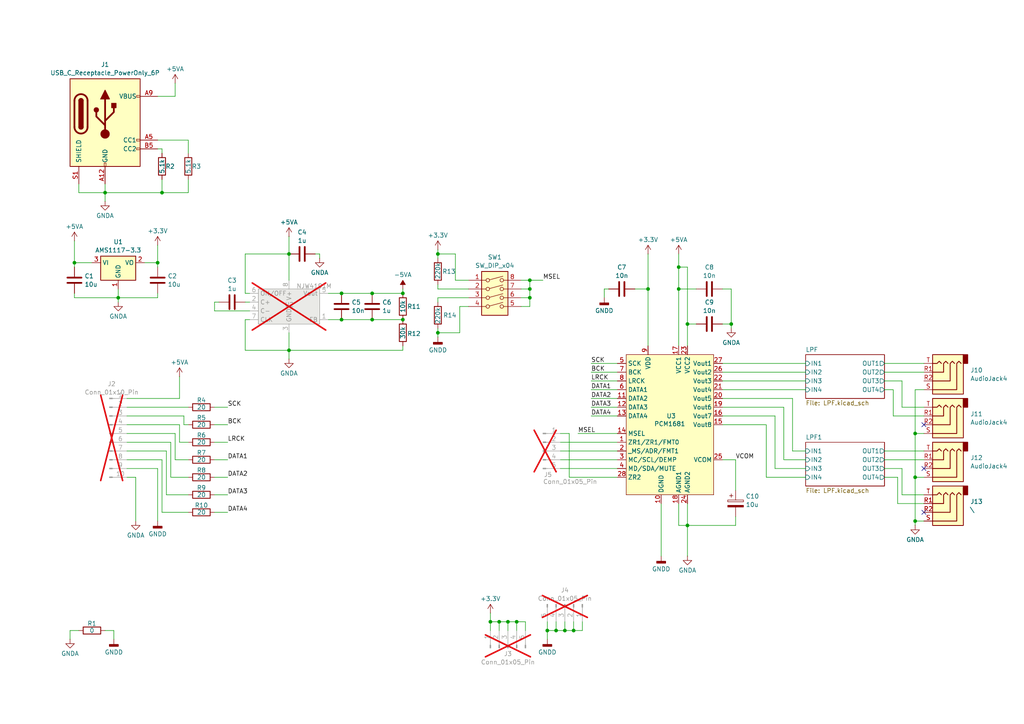
<source format=kicad_sch>
(kicad_sch (version 20250114) (generator "eeschema") (generator_version "9.0")
  (paper "A4")
  (lib_symbols
    (symbol "ChargePump:NJW4191M"
      (property "Reference" "U" (at 0 -17.78 0))
      (property "Value" "NJW4191M" (at 0 0 0))
      (symbol "NJW4191M_0_0"
        (pin input line (at -11.43 3.81 0) (length 2.54) (name "ON/OFF") (number "6"))
        (pin input line (at -11.43 1.27 0) (length 2.54) (name "C+") (number "2"))
        (pin input line (at -11.43 -1.27 0) (length 2.54) (name "C-") (number "4"))
        (pin input line (at -11.43 -3.81 0) (length 2.54) (name "CLK") (number "7"))
        (pin power_in line (at 0 7.62 270) (length 2.54) (name "V+") (number "8"))
        (pin power_in line (at 0 -7.62 90) (length 2.54) (name "GND") (number "3"))
        (pin output line (at 11.43 3.81 180) (length 2.54) (name "Vout") (number "5"))
        (pin input line (at 11.43 -3.81 180) (length 2.54) (name "FB") (number "1"))
      )
      (symbol "NJW4191M_1_1"
        (rectangle (start -8.89 5.08) (end 8.89 -5.08) (fill (type background)))
      )
    )
    (symbol "Connector:Conn_01x05_Pin" (pin_names (offset 1.016) (hide yes))
      (property "Reference" "J" (at 0 7.62 0))
      (property "Value" "Conn_01x05_Pin" (at 0 -7.62 0))
      (symbol "Conn_01x05_Pin_1_1"
        (rectangle (start 0.8636 5.207) (end 0 4.953) (stroke (width 0.1524)) (fill (type outline)))
        (rectangle (start 0.8636 2.667) (end 0 2.413) (stroke (width 0.1524)) (fill (type outline)))
        (rectangle (start 0.8636 0.127) (end 0 -0.127) (stroke (width 0.1524)) (fill (type outline)))
        (rectangle (start 0.8636 -2.413) (end 0 -2.667) (stroke (width 0.1524)) (fill (type outline)))
        (rectangle (start 0.8636 -4.953) (end 0 -5.207) (stroke (width 0.1524)) (fill (type outline)))
        (polyline (pts (xy 1.27 5.08) (xy 0.8636 5.08)) (stroke (width 0.1524)))
        (polyline (pts (xy 1.27 2.54) (xy 0.8636 2.54)) (stroke (width 0.1524)))
        (polyline (pts (xy 1.27 0) (xy 0.8636 0)) (stroke (width 0.1524)))
        (polyline (pts (xy 1.27 -2.54) (xy 0.8636 -2.54)) (stroke (width 0.1524)))
        (polyline (pts (xy 1.27 -5.08) (xy 0.8636 -5.08)) (stroke (width 0.1524)))
        (pin passive line (at 5.08 5.08 180) (length 3.81) (name "Pin_1") (number "1"))
        (pin passive line (at 5.08 2.54 180) (length 3.81) (name "Pin_2") (number "2"))
        (pin passive line (at 5.08 0 180) (length 3.81) (name "Pin_3") (number "3"))
        (pin passive line (at 5.08 -2.54 180) (length 3.81) (name "Pin_4") (number "4"))
        (pin passive line (at 5.08 -5.08 180) (length 3.81) (name "Pin_5") (number "5"))
      )
    )
    (symbol "Connector:Conn_01x10_Pin" (pin_names (offset 1.016) (hide yes))
      (property "Reference" "J" (at 0 12.7 0))
      (property "Value" "Conn_01x10_Pin" (at 0 -15.24 0))
      (symbol "Conn_01x10_Pin_1_1"
        (rectangle (start 0.8636 10.287) (end 0 10.033) (stroke (width 0.1524)) (fill (type outline)))
        (rectangle (start 0.8636 7.747) (end 0 7.493) (stroke (width 0.1524)) (fill (type outline)))
        (rectangle (start 0.8636 5.207) (end 0 4.953) (stroke (width 0.1524)) (fill (type outline)))
        (rectangle (start 0.8636 2.667) (end 0 2.413) (stroke (width 0.1524)) (fill (type outline)))
        (rectangle (start 0.8636 0.127) (end 0 -0.127) (stroke (width 0.1524)) (fill (type outline)))
        (rectangle (start 0.8636 -2.413) (end 0 -2.667) (stroke (width 0.1524)) (fill (type outline)))
        (rectangle (start 0.8636 -4.953) (end 0 -5.207) (stroke (width 0.1524)) (fill (type outline)))
        (rectangle (start 0.8636 -7.493) (end 0 -7.747) (stroke (width 0.1524)) (fill (type outline)))
        (rectangle (start 0.8636 -10.033) (end 0 -10.287) (stroke (width 0.1524)) (fill (type outline)))
        (rectangle (start 0.8636 -12.573) (end 0 -12.827) (stroke (width 0.1524)) (fill (type outline)))
        (polyline (pts (xy 1.27 10.16) (xy 0.8636 10.16)) (stroke (width 0.1524)))
        (polyline (pts (xy 1.27 7.62) (xy 0.8636 7.62)) (stroke (width 0.1524)))
        (polyline (pts (xy 1.27 5.08) (xy 0.8636 5.08)) (stroke (width 0.1524)))
        (polyline (pts (xy 1.27 2.54) (xy 0.8636 2.54)) (stroke (width 0.1524)))
        (polyline (pts (xy 1.27 0) (xy 0.8636 0)) (stroke (width 0.1524)))
        (polyline (pts (xy 1.27 -2.54) (xy 0.8636 -2.54)) (stroke (width 0.1524)))
        (polyline (pts (xy 1.27 -5.08) (xy 0.8636 -5.08)) (stroke (width 0.1524)))
        (polyline (pts (xy 1.27 -7.62) (xy 0.8636 -7.62)) (stroke (width 0.1524)))
        (polyline (pts (xy 1.27 -10.16) (xy 0.8636 -10.16)) (stroke (width 0.1524)))
        (polyline (pts (xy 1.27 -12.7) (xy 0.8636 -12.7)) (stroke (width 0.1524)))
        (pin passive line (at 5.08 10.16 180) (length 3.81) (name "Pin_1") (number "1"))
        (pin passive line (at 5.08 7.62 180) (length 3.81) (name "Pin_2") (number "2"))
        (pin passive line (at 5.08 5.08 180) (length 3.81) (name "Pin_3") (number "3"))
        (pin passive line (at 5.08 2.54 180) (length 3.81) (name "Pin_4") (number "4"))
        (pin passive line (at 5.08 0 180) (length 3.81) (name "Pin_5") (number "5"))
        (pin passive line (at 5.08 -2.54 180) (length 3.81) (name "Pin_6") (number "6"))
        (pin passive line (at 5.08 -5.08 180) (length 3.81) (name "Pin_7") (number "7"))
        (pin passive line (at 5.08 -7.62 180) (length 3.81) (name "Pin_8") (number "8"))
        (pin passive line (at 5.08 -10.16 180) (length 3.81) (name "Pin_9") (number "9"))
        (pin passive line (at 5.08 -12.7 180) (length 3.81) (name "Pin_10") (number "10"))
      )
    )
    (symbol "Connector:USB_C_Receptacle_PowerOnly_6P" (pin_names (offset 1.016))
      (property "Reference" "J" (at 0 16.51 0))
      (property "Value" "USB_C_Receptacle_PowerOnly_6P" (at 0 13.97 0))
      (symbol "USB_C_Receptacle_PowerOnly_6P_0_0"
        (rectangle (start -0.254 -12.7) (end 0.254 -11.684))
        (rectangle (start 10.16 7.874) (end 9.144 7.366))
        (rectangle (start 10.16 -4.826) (end 9.144 -5.334))
        (rectangle (start 10.16 -7.366) (end 9.144 -7.874))
      )
      (symbol "USB_C_Receptacle_PowerOnly_6P_0_1"
        (rectangle (start -10.16 12.7) (end 10.16 -12.7) (stroke (width 0.254)) (fill (type background)))
        (polyline (pts (xy -8.89 -1.27) (xy -8.89 6.35)) (stroke (width 0.508)))
        (rectangle (start -7.62 -1.27) (end -6.35 6.35) (stroke (width 0.254)) (fill (type outline)))
        (arc (start -7.62 6.35) (mid -6.985 6.9823) (end -6.35 6.35) (stroke (width 0.254)))
        (arc (start -7.62 6.35) (mid -6.985 6.9823) (end -6.35 6.35) (stroke (width 0.254)) (fill (type outline)))
        (arc (start -8.89 6.35) (mid -6.985 8.2467) (end -5.08 6.35) (stroke (width 0.508)))
        (arc (start -5.08 -1.27) (mid -6.985 -3.1667) (end -8.89 -1.27) (stroke (width 0.508)))
        (arc (start -6.35 -1.27) (mid -6.985 -1.9023) (end -7.62 -1.27) (stroke (width 0.254)))
        (arc (start -6.35 -1.27) (mid -6.985 -1.9023) (end -7.62 -1.27) (stroke (width 0.254)) (fill (type outline)))
        (polyline (pts (xy -5.08 6.35) (xy -5.08 -1.27)) (stroke (width 0.508)))
        (circle (center -2.54 3.683) (radius 0.635) (stroke (width 0.254)) (fill (type outline)))
        (polyline (pts (xy -1.27 6.858) (xy 0 9.398) (xy 1.27 6.858) (xy -1.27 6.858)) (stroke (width 0.254)) (fill (type outline)))
        (polyline (pts (xy 0 0.508) (xy 2.54 3.048) (xy 2.54 4.318)) (stroke (width 0.508)))
        (polyline (pts (xy 0 -0.762) (xy -2.54 1.778) (xy -2.54 3.048)) (stroke (width 0.508)))
        (polyline (pts (xy 0 -3.302) (xy 0 6.858)) (stroke (width 0.508)))
        (circle (center 0 -3.302) (radius 1.27) (fill (type outline)))
        (rectangle (start 1.905 4.318) (end 3.175 5.588) (stroke (width 0.254)) (fill (type outline)))
      )
      (symbol "USB_C_Receptacle_PowerOnly_6P_1_1"
        (pin passive line (at -7.62 -17.78 90) (length 5.08) (name "SHIELD") (number "S1"))
        (pin passive line (at 0 -17.78 90) (length 5.08) (name "GND") (number "A12"))
        (pin passive line (at 0 -17.78 90) (length 5.08) (hide yes) (name "GND") (number "B12"))
        (pin passive line (at 15.24 7.62 180) (length 5.08) (name "VBUS") (number "A9"))
        (pin passive line (at 15.24 7.62 180) (length 5.08) (hide yes) (name "VBUS") (number "B9"))
        (pin bidirectional line (at 15.24 -5.08 180) (length 5.08) (name "CC1") (number "A5"))
        (pin bidirectional line (at 15.24 -7.62 180) (length 5.08) (name "CC2") (number "B5"))
      )
    )
    (symbol "Connector_Audio:AudioJack4"
      (property "Reference" "J" (at 0 8.89 0))
      (property "Value" "AudioJack4" (at 0 6.35 0))
      (symbol "AudioJack4_0_1"
        (rectangle (start -6.35 -5.08) (end -7.62 -7.62) (stroke (width 0.254)) (fill (type outline)))
        (polyline (pts (xy -5.715 -5.08) (xy -5.08 -5.715) (xy -4.445 -5.08) (xy -4.445 2.54) (xy 2.54 2.54)) (stroke (width 0.254)))
        (polyline (pts (xy -1.905 -5.08) (xy -1.27 -5.715) (xy -0.635 -5.08) (xy -0.635 -2.54) (xy 2.54 -2.54)) (stroke (width 0.254)))
        (polyline (pts (xy 0 -5.08) (xy 0.635 -5.715) (xy 1.27 -5.08) (xy 2.54 -5.08)) (stroke (width 0.254)))
        (rectangle (start 2.54 3.81) (end -6.35 -7.62) (stroke (width 0.254)) (fill (type background)))
        (polyline (pts (xy 2.54 0) (xy -2.54 0) (xy -2.54 -5.08) (xy -3.175 -5.715) (xy -3.81 -5.08)) (stroke (width 0.254)))
      )
      (symbol "AudioJack4_1_1"
        (pin passive line (at 5.08 2.54 180) (length 2.54) (name "~") (number "S"))
        (pin passive line (at 5.08 0 180) (length 2.54) (name "~") (number "R2"))
        (pin passive line (at 5.08 -2.54 180) (length 2.54) (name "~") (number "R1"))
        (pin passive line (at 5.08 -5.08 180) (length 2.54) (name "~") (number "T"))
      )
    )
    (symbol "DAC:PCM1681"
      (property "Reference" "U" (at 0 0 0))
      (property "Value" "PCM1681" (at 0 0 0))
      (symbol "PCM1681_0_0"
        (pin input line (at -15.24 17.78 0) (length 2.54) (name "SCK") (number "5"))
        (pin input line (at -15.24 15.24 0) (length 2.54) (name "BCK") (number "7"))
        (pin input line (at -15.24 12.7 0) (length 2.54) (name "LRCK") (number "8"))
        (pin input line (at -15.24 10.16 0) (length 2.54) (name "DATA1") (number "6"))
        (pin input line (at -15.24 7.62 0) (length 2.54) (name "DATA2") (number "11"))
        (pin input line (at -15.24 5.08 0) (length 2.54) (name "DATA3") (number "12"))
        (pin input line (at -15.24 2.54 0) (length 2.54) (name "DATA4") (number "13"))
        (pin input line (at -15.24 -2.54 0) (length 2.54) (name "MSEL") (number "14"))
        (pin bidirectional line (at -15.24 -5.08 0) (length 2.54) (name "ZR1/ZR1/FMT0") (number "1"))
        (pin input line (at -15.24 -7.62 0) (length 2.54) (name "_MS/ADR/FMT1") (number "2"))
        (pin input line (at -15.24 -10.16 0) (length 2.54) (name "MC/SCL/DEMP") (number "3"))
        (pin bidirectional line (at -15.24 -12.7 0) (length 2.54) (name "MD/SDA/MUTE") (number "4"))
        (pin output line (at -15.24 -15.24 0) (length 2.54) (name "ZR2") (number "28"))
        (pin power_in line (at -6.35 22.86 270) (length 2.54) (name "VDD") (number "9"))
        (pin power_in line (at -2.54 -22.86 90) (length 2.54) (name "DGND") (number "10"))
        (pin power_in line (at 2.54 22.86 270) (length 2.54) (name "VCC1") (number "17"))
        (pin power_in line (at 2.54 -22.86 90) (length 2.54) (name "AGND1") (number "18"))
        (pin power_in line (at 5.08 22.86 270) (length 2.54) (name "VCC2") (number "23"))
        (pin power_in line (at 5.08 -22.86 90) (length 2.54) (name "AGND2") (number "24"))
        (pin output line (at 15.24 17.78 180) (length 2.54) (name "Vout1") (number "27"))
        (pin output line (at 15.24 15.24 180) (length 2.54) (name "Vout2") (number "26"))
        (pin output line (at 15.24 12.7 180) (length 2.54) (name "Vout3") (number "22"))
        (pin output line (at 15.24 10.16 180) (length 2.54) (name "Vout4") (number "21"))
        (pin output line (at 15.24 7.62 180) (length 2.54) (name "Vout5") (number "20"))
        (pin output line (at 15.24 5.08 180) (length 2.54) (name "Vout6") (number "19"))
        (pin output line (at 15.24 2.54 180) (length 2.54) (name "Vout7") (number "16"))
        (pin output line (at 15.24 0 180) (length 2.54) (name "Vout8") (number "15"))
        (pin power_in line (at 15.24 -10.16 180) (length 2.54) (name "VCOM") (number "25"))
      )
      (symbol "PCM1681_1_1"
        (rectangle (start -12.7 20.32) (end 12.7 -20.32) (fill (type background)))
      )
    )
    (symbol "Device:C" (pin_numbers (hide yes)) (pin_names (offset 0.254))
      (property "Reference" "C" (at 0.635 2.54 0))
      (property "Value" "C" (at 0.635 -2.54 0))
      (symbol "C_0_1"
        (polyline (pts (xy -2.032 0.762) (xy 2.032 0.762)) (stroke (width 0.508)))
        (polyline (pts (xy -2.032 -0.762) (xy 2.032 -0.762)) (stroke (width 0.508)))
      )
      (symbol "C_1_1"
        (pin passive line (at 0 3.81 270) (length 2.794) (name "~") (number "1"))
        (pin passive line (at 0 -3.81 90) (length 2.794) (name "~") (number "2"))
      )
    )
    (symbol "Device:C_Polarized" (pin_numbers (hide yes)) (pin_names (offset 0.254))
      (property "Reference" "C" (at 0.635 2.54 0))
      (property "Value" "C_Polarized" (at 0.635 -2.54 0))
      (symbol "C_Polarized_0_1"
        (rectangle (start -2.286 0.508) (end 2.286 1.016))
        (polyline (pts (xy -1.778 2.286) (xy -0.762 2.286)))
        (polyline (pts (xy -1.27 2.794) (xy -1.27 1.778)))
        (rectangle (start 2.286 -0.508) (end -2.286 -1.016) (fill (type outline)))
      )
      (symbol "C_Polarized_1_1"
        (pin passive line (at 0 3.81 270) (length 2.794) (name "~") (number "1"))
        (pin passive line (at 0 -3.81 90) (length 2.794) (name "~") (number "2"))
      )
    )
    (symbol "Device:R" (pin_numbers (hide yes)) (pin_names (offset 0))
      (property "Reference" "R" (at 2.032 0 90))
      (property "Value" "R" (at 0 0 90))
      (symbol "R_0_1"
        (rectangle (start -1.016 -2.54) (end 1.016 2.54) (stroke (width 0.254)))
      )
      (symbol "R_1_1"
        (pin passive line (at 0 3.81 270) (length 1.27) (name "~") (number "1"))
        (pin passive line (at 0 -3.81 90) (length 1.27) (name "~") (number "2"))
      )
    )
    (symbol "Regulator_Linear:AMS1117-3.3"
      (property "Reference" "U" (at -3.81 3.175 0))
      (property "Value" "AMS1117-3.3" (at 0 3.175 0))
      (symbol "AMS1117-3.3_0_1"
        (rectangle (start -5.08 -5.08) (end 5.08 1.905) (stroke (width 0.254)) (fill (type background)))
      )
      (symbol "AMS1117-3.3_1_1"
        (pin power_in line (at -7.62 0 0) (length 2.54) (name "VI") (number "3"))
        (pin power_in line (at 0 -7.62 90) (length 2.54) (name "GND") (number "1"))
        (pin power_out line (at 7.62 0 180) (length 2.54) (name "VO") (number "2"))
      )
    )
    (symbol "Switch:SW_DIP_x04" (pin_names (offset 0) (hide yes))
      (property "Reference" "SW" (at 0 8.89 0))
      (property "Value" "SW_DIP_x04" (at 0 -6.35 0))
      (symbol "SW_DIP_x04_0_0"
        (circle (center -2.032 5.08) (radius 0.508))
        (circle (center -2.032 2.54) (radius 0.508))
        (circle (center -2.032 0) (radius 0.508))
        (circle (center -2.032 -2.54) (radius 0.508))
        (polyline (pts (xy -1.524 5.207) (xy 2.3622 6.2484)))
        (polyline (pts (xy -1.524 2.667) (xy 2.3622 3.7084)))
        (polyline (pts (xy -1.524 0.127) (xy 2.3622 1.1684)))
        (polyline (pts (xy -1.524 -2.3876) (xy 2.3622 -1.3462)))
        (circle (center 2.032 5.08) (radius 0.508))
        (circle (center 2.032 2.54) (radius 0.508))
        (circle (center 2.032 0) (radius 0.508))
        (circle (center 2.032 -2.54) (radius 0.508))
      )
      (symbol "SW_DIP_x04_0_1"
        (rectangle (start -3.81 7.62) (end 3.81 -5.08) (stroke (width 0.254)) (fill (type background)))
      )
      (symbol "SW_DIP_x04_1_1"
        (pin passive line (at -7.62 5.08 0) (length 5.08) (name "~") (number "1"))
        (pin passive line (at -7.62 2.54 0) (length 5.08) (name "~") (number "2"))
        (pin passive line (at -7.62 0 0) (length 5.08) (name "~") (number "3"))
        (pin passive line (at -7.62 -2.54 0) (length 5.08) (name "~") (number "4"))
        (pin passive line (at 7.62 5.08 180) (length 5.08) (name "~") (number "8"))
        (pin passive line (at 7.62 2.54 180) (length 5.08) (name "~") (number "7"))
        (pin passive line (at 7.62 0 180) (length 5.08) (name "~") (number "6"))
        (pin passive line (at 7.62 -2.54 180) (length 5.08) (name "~") (number "5"))
      )
    )
    (symbol "power:+3.3V" (power) (pin_numbers (hide yes)) (pin_names (offset 0) (hide yes))
      (property "Value" "+3.3V" (at 0 3.556 0))
      (symbol "+3.3V_0_1"
        (polyline (pts (xy -0.762 1.27) (xy 0 2.54)))
        (polyline (pts (xy 0 2.54) (xy 0.762 1.27)))
        (polyline (pts (xy 0 0) (xy 0 2.54)))
      )
      (symbol "+3.3V_1_1"
        (pin power_in line (at 0 0 90) (length 0) (name "~") (number "1"))
      )
    )
    (symbol "power:+5VA" (power) (pin_numbers (hide yes)) (pin_names (offset 0) (hide yes))
      (property "Value" "+5VA" (at 0 3.556 0))
      (symbol "+5VA_0_1"
        (polyline (pts (xy -0.762 1.27) (xy 0 2.54)))
        (polyline (pts (xy 0 2.54) (xy 0.762 1.27)))
        (polyline (pts (xy 0 0) (xy 0 2.54)))
      )
      (symbol "+5VA_1_1"
        (pin power_in line (at 0 0 90) (length 0) (name "~") (number "1"))
      )
    )
    (symbol "power:-5VA" (power) (pin_numbers (hide yes)) (pin_names (offset 0) (hide yes))
      (property "Value" "-5VA" (at 0 3.556 0))
      (symbol "-5VA_0_0"
        (pin power_in line (at 0 0 90) (length 0) (name "~") (number "1"))
      )
      (symbol "-5VA_0_1"
        (polyline (pts (xy 0 0) (xy 0 1.27) (xy 0.762 1.27) (xy 0 2.54) (xy -0.762 1.27) (xy 0 1.27)) (fill (type outline)))
      )
    )
    (symbol "power:GNDA" (power) (pin_numbers (hide yes)) (pin_names (offset 0) (hide yes))
      (property "Value" "GNDA" (at 0 -3.81 0))
      (symbol "GNDA_0_1"
        (polyline (pts (xy 0 0) (xy 0 -1.27) (xy 1.27 -1.27) (xy 0 -2.54) (xy -1.27 -1.27) (xy 0 -1.27)))
      )
      (symbol "GNDA_1_1"
        (pin power_in line (at 0 0 270) (length 0) (name "~") (number "1"))
      )
    )
    (symbol "power:GNDD" (power) (pin_numbers (hide yes)) (pin_names (offset 0) (hide yes))
      (property "Value" "GNDD" (at 0 -3.175 0))
      (symbol "GNDD_0_1"
        (rectangle (start -1.27 -1.524) (end 1.27 -2.032) (stroke (width 0.254)) (fill (type outline)))
        (polyline (pts (xy 0 0) (xy 0 -1.524)))
      )
      (symbol "GNDD_1_1"
        (pin power_in line (at 0 0 270) (length 0) (name "~") (number "1"))
      )
    )
  )
  (junction (at 107.95 92.71))
  (junction (at 199.39 152.4))
  (junction (at 21.59 76.2))
  (junction (at 46.99 55.88))
  (junction (at 196.85 77.47))
  (junction (at 158.75 182.88))
  (junction (at 212.09 93.98))
  (junction (at 153.67 83.82))
  (junction (at 196.85 83.82))
  (junction (at 153.67 86.36))
  (junction (at 116.84 92.71))
  (junction (at 127 73.66))
  (junction (at 163.83 182.88))
  (junction (at 116.84 85.09))
  (junction (at 99.06 85.09))
  (junction (at 265.43 125.73))
  (junction (at 83.82 73.66))
  (junction (at 142.24 180.34))
  (junction (at 187.96 83.82))
  (junction (at 30.48 55.88))
  (junction (at 199.39 93.98))
  (junction (at 265.43 151.13))
  (junction (at 34.29 86.36))
  (junction (at 147.32 180.34))
  (junction (at 166.37 182.88))
  (junction (at 153.67 81.28))
  (junction (at 265.43 138.43))
  (junction (at 45.72 76.2))
  (junction (at 144.78 180.34))
  (junction (at 127 96.52))
  (junction (at 107.95 85.09))
  (junction (at 161.29 182.88))
  (junction (at 83.82 101.6))
  (junction (at 149.86 180.34))
  (junction (at 99.06 92.71))
  (no_connect (at 267.97 135.89))
  (no_connect (at 267.97 148.59))
  (no_connect (at 267.97 123.19))
  (wire (pts (xy 83.82 68.58) (xy 83.82 73.66)))
  (wire (pts (xy 144.78 180.34) (xy 147.32 180.34)))
  (wire (pts (xy 224.79 135.89) (xy 233.68 135.89)))
  (wire (pts (xy 62.23 90.17) (xy 72.39 90.17)))
  (wire (pts (xy 222.25 138.43) (xy 233.68 138.43)))
  (wire (pts (xy 135.89 86.36) (xy 127 86.36)))
  (wire (pts (xy 171.45 115.57) (xy 179.07 115.57)))
  (wire (pts (xy 132.08 73.66) (xy 132.08 81.28)))
  (wire (pts (xy 53.34 120.65) (xy 53.34 123.19)))
  (wire (pts (xy 54.61 52.07) (xy 54.61 55.88)))
  (wire (pts (xy 127 72.39) (xy 127 73.66)))
  (wire (pts (xy 46.99 55.88) (xy 30.48 55.88)))
  (wire (pts (xy 46.99 133.35) (xy 46.99 148.59)))
  (wire (pts (xy 21.59 69.85) (xy 21.59 76.2)))
  (wire (pts (xy 50.8 24.13) (xy 50.8 27.94)))
  (wire (pts (xy 209.55 113.03) (xy 233.68 113.03)))
  (wire (pts (xy 196.85 77.47) (xy 199.39 77.47)))
  (wire (pts (xy 151.13 88.9) (xy 153.67 88.9)))
  (wire (pts (xy 224.79 120.65) (xy 224.79 135.89)))
  (wire (pts (xy 256.54 110.49) (xy 261.62 110.49)))
  (wire (pts (xy 62.23 133.35) (xy 66.04 133.35)))
  (wire (pts (xy 162.56 128.27) (xy 179.07 128.27)))
  (wire (pts (xy 184.15 83.82) (xy 187.96 83.82)))
  (wire (pts (xy 153.67 86.36) (xy 153.67 83.82)))
  (wire (pts (xy 62.23 123.19) (xy 66.04 123.19)))
  (wire (pts (xy 144.78 180.34) (xy 144.78 182.88)))
  (wire (pts (xy 127 96.52) (xy 127 97.79)))
  (wire (pts (xy 99.06 92.71) (xy 107.95 92.71)))
  (wire (pts (xy 62.23 148.59) (xy 66.04 148.59)))
  (wire (pts (xy 45.72 43.18) (xy 46.99 43.18)))
  (wire (pts (xy 127 83.82) (xy 135.89 83.82)))
  (wire (pts (xy 227.33 133.35) (xy 233.68 133.35)))
  (wire (pts (xy 62.23 118.11) (xy 66.04 118.11)))
  (wire (pts (xy 151.13 83.82) (xy 153.67 83.82)))
  (wire (pts (xy 99.06 85.09) (xy 107.95 85.09)))
  (wire (pts (xy 151.13 86.36) (xy 153.67 86.36)))
  (wire (pts (xy 62.23 128.27) (xy 66.04 128.27)))
  (wire (pts (xy 158.75 182.88) (xy 158.75 185.42)))
  (wire (pts (xy 265.43 151.13) (xy 267.97 151.13)))
  (wire (pts (xy 161.29 180.34) (xy 161.29 182.88)))
  (wire (pts (xy 21.59 76.2) (xy 26.67 76.2)))
  (wire (pts (xy 36.83 133.35) (xy 46.99 133.35)))
  (wire (pts (xy 261.62 118.11) (xy 267.97 118.11)))
  (wire (pts (xy 71.12 101.6) (xy 83.82 101.6)))
  (wire (pts (xy 147.32 180.34) (xy 149.86 180.34)))
  (wire (pts (xy 149.86 180.34) (xy 149.86 182.88)))
  (wire (pts (xy 153.67 81.28) (xy 157.48 81.28)))
  (wire (pts (xy 260.35 146.05) (xy 267.97 146.05)))
  (wire (pts (xy 265.43 125.73) (xy 267.97 125.73)))
  (wire (pts (xy 45.72 85.09) (xy 45.72 86.36)))
  (wire (pts (xy 127 95.25) (xy 127 96.52)))
  (wire (pts (xy 50.8 27.94) (xy 45.72 27.94)))
  (wire (pts (xy 83.82 96.52) (xy 83.82 101.6)))
  (wire (pts (xy 171.45 118.11) (xy 179.07 118.11)))
  (wire (pts (xy 265.43 138.43) (xy 267.97 138.43)))
  (wire (pts (xy 162.56 125.73) (xy 165.1 125.73)))
  (wire (pts (xy 199.39 93.98) (xy 201.93 93.98)))
  (wire (pts (xy 209.55 107.95) (xy 233.68 107.95)))
  (wire (pts (xy 72.39 85.09) (xy 71.12 85.09)))
  (wire (pts (xy 71.12 87.63) (xy 72.39 87.63)))
  (wire (pts (xy 256.54 113.03) (xy 259.08 113.03)))
  (wire (pts (xy 229.87 130.81) (xy 233.68 130.81)))
  (wire (pts (xy 50.8 125.73) (xy 50.8 133.35)))
  (wire (pts (xy 209.55 105.41) (xy 233.68 105.41)))
  (wire (pts (xy 196.85 83.82) (xy 201.93 83.82)))
  (wire (pts (xy 196.85 77.47) (xy 196.85 83.82)))
  (wire (pts (xy 167.64 125.73) (xy 179.07 125.73)))
  (wire (pts (xy 45.72 76.2) (xy 45.72 77.47)))
  (wire (pts (xy 53.34 123.19) (xy 54.61 123.19)))
  (wire (pts (xy 107.95 92.71) (xy 116.84 92.71)))
  (wire (pts (xy 48.26 143.51) (xy 54.61 143.51)))
  (wire (pts (xy 132.08 73.66) (xy 127 73.66)))
  (wire (pts (xy 209.55 133.35) (xy 213.36 133.35)))
  (wire (pts (xy 196.85 146.05) (xy 196.85 152.4)))
  (wire (pts (xy 45.72 135.89) (xy 45.72 151.13)))
  (wire (pts (xy 166.37 182.88) (xy 163.83 182.88)))
  (wire (pts (xy 92.71 73.66) (xy 92.71 74.93)))
  (wire (pts (xy 52.07 128.27) (xy 54.61 128.27)))
  (wire (pts (xy 168.91 180.34) (xy 168.91 182.88)))
  (wire (pts (xy 199.39 93.98) (xy 199.39 100.33)))
  (wire (pts (xy 30.48 55.88) (xy 30.48 53.34)))
  (wire (pts (xy 34.29 86.36) (xy 45.72 86.36)))
  (wire (pts (xy 142.24 180.34) (xy 144.78 180.34)))
  (wire (pts (xy 171.45 120.65) (xy 179.07 120.65)))
  (wire (pts (xy 153.67 88.9) (xy 153.67 86.36)))
  (wire (pts (xy 36.83 120.65) (xy 53.34 120.65)))
  (wire (pts (xy 209.55 115.57) (xy 229.87 115.57)))
  (wire (pts (xy 62.23 87.63) (xy 63.5 87.63)))
  (wire (pts (xy 127 86.36) (xy 127 87.63)))
  (wire (pts (xy 39.37 138.43) (xy 39.37 151.13)))
  (wire (pts (xy 22.86 55.88) (xy 30.48 55.88)))
  (wire (pts (xy 133.35 96.52) (xy 127 96.52)))
  (wire (pts (xy 260.35 138.43) (xy 260.35 146.05)))
  (wire (pts (xy 62.23 138.43) (xy 66.04 138.43)))
  (wire (pts (xy 36.83 138.43) (xy 39.37 138.43)))
  (wire (pts (xy 52.07 115.57) (xy 36.83 115.57)))
  (wire (pts (xy 22.86 53.34) (xy 22.86 55.88)))
  (wire (pts (xy 116.84 101.6) (xy 83.82 101.6)))
  (wire (pts (xy 20.32 182.88) (xy 20.32 185.42)))
  (wire (pts (xy 265.43 113.03) (xy 265.43 125.73)))
  (wire (pts (xy 161.29 182.88) (xy 158.75 182.88)))
  (wire (pts (xy 165.1 138.43) (xy 179.07 138.43)))
  (wire (pts (xy 83.82 73.66) (xy 83.82 81.28)))
  (wire (pts (xy 49.53 128.27) (xy 49.53 138.43)))
  (wire (pts (xy 256.54 105.41) (xy 267.97 105.41)))
  (wire (pts (xy 256.54 135.89) (xy 261.62 135.89)))
  (wire (pts (xy 158.75 180.34) (xy 158.75 182.88)))
  (wire (pts (xy 46.99 148.59) (xy 54.61 148.59)))
  (wire (pts (xy 149.86 180.34) (xy 152.4 180.34)))
  (wire (pts (xy 199.39 146.05) (xy 199.39 152.4)))
  (wire (pts (xy 72.39 92.71) (xy 71.12 92.71)))
  (wire (pts (xy 48.26 130.81) (xy 48.26 143.51)))
  (wire (pts (xy 213.36 149.86) (xy 213.36 152.4)))
  (wire (pts (xy 127 82.55) (xy 127 83.82)))
  (wire (pts (xy 163.83 182.88) (xy 161.29 182.88)))
  (wire (pts (xy 209.55 110.49) (xy 233.68 110.49)))
  (wire (pts (xy 83.82 101.6) (xy 83.82 104.14)))
  (wire (pts (xy 162.56 130.81) (xy 179.07 130.81)))
  (wire (pts (xy 49.53 138.43) (xy 54.61 138.43)))
  (wire (pts (xy 50.8 133.35) (xy 54.61 133.35)))
  (wire (pts (xy 21.59 85.09) (xy 21.59 86.36)))
  (wire (pts (xy 171.45 113.03) (xy 179.07 113.03)))
  (wire (pts (xy 256.54 133.35) (xy 267.97 133.35)))
  (wire (pts (xy 171.45 107.95) (xy 179.07 107.95)))
  (wire (pts (xy 265.43 125.73) (xy 265.43 138.43)))
  (wire (pts (xy 62.23 143.51) (xy 66.04 143.51)))
  (wire (pts (xy 213.36 152.4) (xy 199.39 152.4)))
  (wire (pts (xy 165.1 125.73) (xy 165.1 138.43)))
  (wire (pts (xy 62.23 87.63) (xy 62.23 90.17)))
  (wire (pts (xy 209.55 123.19) (xy 222.25 123.19)))
  (wire (pts (xy 152.4 180.34) (xy 152.4 182.88)))
  (wire (pts (xy 196.85 152.4) (xy 199.39 152.4)))
  (wire (pts (xy 135.89 88.9) (xy 133.35 88.9)))
  (wire (pts (xy 187.96 83.82) (xy 187.96 100.33)))
  (wire (pts (xy 33.02 182.88) (xy 30.48 182.88)))
  (wire (pts (xy 168.91 182.88) (xy 166.37 182.88)))
  (wire (pts (xy 265.43 151.13) (xy 265.43 152.4)))
  (wire (pts (xy 166.37 180.34) (xy 166.37 182.88)))
  (wire (pts (xy 36.83 118.11) (xy 54.61 118.11)))
  (wire (pts (xy 256.54 138.43) (xy 260.35 138.43)))
  (wire (pts (xy 261.62 110.49) (xy 261.62 118.11)))
  (wire (pts (xy 153.67 83.82) (xy 153.67 81.28)))
  (wire (pts (xy 209.55 120.65) (xy 224.79 120.65)))
  (wire (pts (xy 116.84 100.33) (xy 116.84 101.6)))
  (wire (pts (xy 259.08 113.03) (xy 259.08 120.65)))
  (wire (pts (xy 142.24 177.8) (xy 142.24 180.34)))
  (wire (pts (xy 45.72 76.2) (xy 45.72 71.12)))
  (wire (pts (xy 261.62 143.51) (xy 267.97 143.51)))
  (wire (pts (xy 107.95 85.09) (xy 116.84 85.09)))
  (wire (pts (xy 71.12 85.09) (xy 71.12 73.66)))
  (wire (pts (xy 227.33 118.11) (xy 227.33 133.35)))
  (wire (pts (xy 95.25 92.71) (xy 99.06 92.71)))
  (wire (pts (xy 36.83 135.89) (xy 45.72 135.89)))
  (wire (pts (xy 196.85 83.82) (xy 196.85 100.33)))
  (wire (pts (xy 95.25 85.09) (xy 99.06 85.09)))
  (wire (pts (xy 71.12 92.71) (xy 71.12 101.6)))
  (wire (pts (xy 41.91 76.2) (xy 45.72 76.2)))
  (wire (pts (xy 21.59 86.36) (xy 34.29 86.36)))
  (wire (pts (xy 34.29 83.82) (xy 34.29 86.36)))
  (wire (pts (xy 46.99 52.07) (xy 46.99 55.88)))
  (wire (pts (xy 21.59 76.2) (xy 21.59 77.47)))
  (wire (pts (xy 36.83 128.27) (xy 49.53 128.27)))
  (wire (pts (xy 45.72 40.64) (xy 54.61 40.64)))
  (wire (pts (xy 91.44 73.66) (xy 92.71 73.66)))
  (wire (pts (xy 52.07 123.19) (xy 52.07 128.27)))
  (wire (pts (xy 256.54 130.81) (xy 267.97 130.81)))
  (wire (pts (xy 229.87 115.57) (xy 229.87 130.81)))
  (wire (pts (xy 171.45 110.49) (xy 179.07 110.49)))
  (wire (pts (xy 36.83 125.73) (xy 50.8 125.73)))
  (wire (pts (xy 133.35 88.9) (xy 133.35 96.52)))
  (wire (pts (xy 259.08 120.65) (xy 267.97 120.65)))
  (wire (pts (xy 36.83 130.81) (xy 48.26 130.81)))
  (wire (pts (xy 265.43 138.43) (xy 265.43 151.13)))
  (wire (pts (xy 33.02 185.42) (xy 33.02 182.88)))
  (wire (pts (xy 162.56 135.89) (xy 179.07 135.89)))
  (wire (pts (xy 71.12 73.66) (xy 83.82 73.66)))
  (wire (pts (xy 151.13 81.28) (xy 153.67 81.28)))
  (wire (pts (xy 46.99 55.88) (xy 54.61 55.88)))
  (wire (pts (xy 147.32 180.34) (xy 147.32 182.88)))
  (wire (pts (xy 54.61 40.64) (xy 54.61 44.45)))
  (wire (pts (xy 36.83 123.19) (xy 52.07 123.19)))
  (wire (pts (xy 127 73.66) (xy 127 74.93)))
  (wire (pts (xy 256.54 107.95) (xy 267.97 107.95)))
  (wire (pts (xy 132.08 81.28) (xy 135.89 81.28)))
  (wire (pts (xy 187.96 73.66) (xy 187.96 83.82)))
  (wire (pts (xy 22.86 182.88) (xy 20.32 182.88)))
  (wire (pts (xy 209.55 118.11) (xy 227.33 118.11)))
  (wire (pts (xy 30.48 55.88) (xy 30.48 58.42)))
  (wire (pts (xy 199.39 152.4) (xy 199.39 161.29)))
  (wire (pts (xy 209.55 93.98) (xy 212.09 93.98)))
  (wire (pts (xy 162.56 133.35) (xy 179.07 133.35)))
  (wire (pts (xy 209.55 83.82) (xy 212.09 83.82)))
  (wire (pts (xy 199.39 77.47) (xy 199.39 93.98)))
  (wire (pts (xy 267.97 113.03) (xy 265.43 113.03)))
  (wire (pts (xy 175.26 83.82) (xy 175.26 86.36)))
  (wire (pts (xy 261.62 135.89) (xy 261.62 143.51)))
  (wire (pts (xy 222.25 123.19) (xy 222.25 138.43)))
  (wire (pts (xy 191.77 146.05) (xy 191.77 161.29)))
  (wire (pts (xy 212.09 83.82) (xy 212.09 93.98)))
  (wire (pts (xy 142.24 180.34) (xy 142.24 182.88)))
  (wire (pts (xy 171.45 105.41) (xy 179.07 105.41)))
  (wire (pts (xy 176.53 83.82) (xy 175.26 83.82)))
  (wire (pts (xy 196.85 73.66) (xy 196.85 77.47)))
  (wire (pts (xy 213.36 133.35) (xy 213.36 142.24)))
  (wire (pts (xy 163.83 180.34) (xy 163.83 182.88)))
  (wire (pts (xy 116.84 83.82) (xy 116.84 85.09)))
  (wire (pts (xy 46.99 43.18) (xy 46.99 44.45)))
  (wire (pts (xy 212.09 93.98) (xy 212.09 95.25)))
  (wire (pts (xy 34.29 86.36) (xy 34.29 87.63)))
  (wire (pts (xy 52.07 109.22) (xy 52.07 115.57)))
  (label "DATA2" (at 171.45 115.57 0))
  (label "SCK" (at 66.04 118.11 0))
  (label "DATA4" (at 66.04 148.59 0))
  (label "DATA3" (at 66.04 143.51 0))
  (label "LRCK" (at 66.04 128.27 0))
  (label "SCK" (at 171.45 105.41 0))
  (label "BCK" (at 171.45 107.95 0))
  (label "MSEL" (at 167.64 125.73 0))
  (label "DATA1" (at 66.04 133.35 0))
  (label "DATA4" (at 171.45 120.65 0))
  (label "DATA2" (at 66.04 138.43 0))
  (label "DATA3" (at 171.45 118.11 0))
  (label "VCOM" (at 213.36 133.35 0))
  (label "DATA1" (at 171.45 113.03 0))
  (label "MSEL" (at 157.48 81.28 0))
  (label "LRCK" (at 171.45 110.49 0))
  (label "BCK" (at 66.04 123.19 0))
  (symbol (lib_id "power:+5VA") (at 196.85 73.66 0) (unit 1)
    (property "Reference" "#PWR022" (effects (hide yes)))
    (property "Value" "+5VA" (at 196.85 69.5269 0))
    (property "Description" "Power symbol creates a global label with name \"+5VA\"" (effects (hide yes)))
  )
  (symbol (lib_id "Connector:Conn_01x05_Pin") (at 163.83 175.26 270) (unit 1) (dnp yes)
    (property "Reference" "J4" (at 163.83 171.1663 90))
    (property "Value" "Conn_01x05_Pin" (at 163.83 173.5906 90))
    (property "Footprint" "Connector_PinHeader_2.54mm:PinHeader_1x05_P2.54mm_Vertical" (effects (hide yes)))
    (property "Description" "Generic connector, single row, 01x05, script generated" (effects (hide yes)))
  )
  (symbol (lib_id "Device:C") (at 205.74 83.82 90) (unit 1)
    (property "Reference" "C8" (at 205.74 77.5165 90))
    (property "Value" "10n" (at 205.74 79.9408 90))
    (property "Footprint" "Capacitor_SMD:C_0402_1005Metric" (effects (hide yes)))
    (property "Description" "Unpolarized capacitor" (effects (hide yes)))
    (property "LCSC" "C15195" (effects (hide yes)))
  )
  (symbol (lib_id "power:GNDA") (at 199.39 161.29 0) (unit 1)
    (property "Reference" "#PWR023" (effects (hide yes)))
    (property "Value" "GNDA" (at 199.39 165.4231 0))
    (property "Description" "Power symbol creates a global label with name \"GNDA\" , analog ground" (effects (hide yes)))
  )
  (symbol (lib_id "power:+3.3V") (at 127 72.39 0) (unit 1)
    (property "Reference" "#PWR015" (effects (hide yes)))
    (property "Value" "+3.3V" (at 127 68.2569 0))
    (property "Description" "Power symbol creates a global label with name \"+3.3V\"" (effects (hide yes)))
  )
  (symbol (lib_id "Connector:Conn_01x05_Pin") (at 147.32 187.96 90) (unit 1) (dnp yes)
    (property "Reference" "J3" (at 147.32 189.6293 90))
    (property "Value" "Conn_01x05_Pin" (at 147.32 192.0536 90))
    (property "Footprint" "Connector_PinHeader_2.54mm:PinHeader_1x05_P2.54mm_Vertical" (effects (hide yes)))
    (property "Description" "Generic connector, single row, 01x05, script generated" (effects (hide yes)))
  )
  (symbol (lib_id "Device:R") (at 58.42 148.59 90) (unit 1)
    (property "Reference" "R10" (at 58.42 146.558 90))
    (property "Value" "20" (at 58.42 148.59 90))
    (property "Footprint" "Resistor_SMD:R_0603_1608Metric" (effects (hide yes)))
    (property "Description" "Resistor" (effects (hide yes)))
    (property "LCSC" "C22950" (effects (hide yes)))
  )
  (symbol (lib_id "power:GNDD") (at 33.02 185.42 0) (unit 1)
    (property "Reference" "#PWR04" (effects (hide yes)))
    (property "Value" "GNDD" (at 33.02 189.1721 0))
    (property "Description" "Power symbol creates a global label with name \"GNDD\" , digital ground" (effects (hide yes)))
  )
  (symbol (lib_id "power:+3.3V") (at 45.72 71.12 0) (unit 1)
    (property "Reference" "#PWR07" (effects (hide yes)))
    (property "Value" "+3.3V" (at 45.72 66.9869 0))
    (property "Description" "Power symbol creates a global label with name \"+3.3V\"" (effects (hide yes)))
  )
  (symbol (lib_id "Switch:SW_DIP_x04") (at 143.51 86.36 0) (unit 1)
    (property "Reference" "SW1" (at 143.51 74.5955 0))
    (property "Value" "SW_DIP_x04" (at 143.51 77.0198 0))
    (property "Footprint" "Button_Switch_SMD:SW_DIP_SPSTx04_Slide_KingTek_DSHP04TJ_W5.25mm_P1.27mm_JPin" (effects (hide yes)))
    (property "Description" "4x DIP Switch, Single Pole Single Throw (SPST) switch, small symbol" (effects (hide yes)))
    (property "LCSC" "C224996" (effects (hide yes)))
  )
  (symbol (lib_id "Device:R") (at 26.67 182.88 90) (unit 1)
    (property "Reference" "R1" (at 26.67 180.848 90))
    (property "Value" "0" (at 26.67 182.88 90))
    (property "Footprint" "Resistor_SMD:R_0402_1005Metric" (effects (hide yes)))
    (property "Description" "Resistor" (effects (hide yes)))
    (property "LCSC" "C17168" (effects (hide yes)))
  )
  (symbol (lib_id "Device:R") (at 127 91.44 0) (unit 1)
    (property "Reference" "R14" (at 128.524 91.44 0) (effects (justify left)))
    (property "Value" "220k" (at 127 93.98 90) (effects (justify left)))
    (property "Footprint" "Resistor_SMD:R_0603_1608Metric" (effects (hide yes)))
    (property "Description" "Resistor" (effects (hide yes)))
    (property "LCSC" "C22961" (effects (hide yes)))
  )
  (symbol (lib_id "Device:C") (at 180.34 83.82 90) (unit 1)
    (property "Reference" "C7" (at 180.34 77.5165 90))
    (property "Value" "10n" (at 180.34 79.9408 90))
    (property "Footprint" "Capacitor_SMD:C_0402_1005Metric" (effects (hide yes)))
    (property "Description" "Unpolarized capacitor" (effects (hide yes)))
    (property "LCSC" "C15195" (effects (hide yes)))
  )
  (symbol (lib_id "power:GNDA") (at 92.71 74.93 0) (unit 1)
    (property "Reference" "#PWR013" (effects (hide yes)))
    (property "Value" "GNDA" (at 92.71 79.0631 0))
    (property "Description" "Power symbol creates a global label with name \"GNDA\" , analog ground" (effects (hide yes)))
  )
  (symbol (lib_id "Connector_Audio:AudioJack4") (at 273.05 123.19 180) (unit 1)
    (property "Reference" "J11" (at 281.432 120.0728 0) (effects (justify right)))
    (property "Value" "AudioJack4" (at 281.432 122.4971 0) (effects (justify right)))
    (property "Footprint" "Connector_Audio:Jack_3.5mm_PJ320D_Horizontal" (effects (hide yes)))
    (property "Description" "Audio Jack, 4 Poles (TRRS)" (effects (hide yes)))
    (property "LCSC" "C95562" (effects (hide yes)))
  )
  (symbol (lib_id "Device:C_Polarized") (at 213.36 146.05 0) (unit 1)
    (property "Reference" "C10" (at 216.281 143.9488 0) (effects (justify left)))
    (property "Value" "10u" (at 216.281 146.3731 0) (effects (justify left)))
    (property "Footprint" "Capacitor_SMD:C_0402_1005Metric" (effects (hide yes)))
    (property "Description" "Polarized capacitor" (effects (hide yes)))
    (property "LCSC" "C15525" (effects (hide yes)))
  )
  (symbol (lib_id "power:GNDA") (at 265.43 152.4 0) (unit 1)
    (property "Reference" "#PWR025" (effects (hide yes)))
    (property "Value" "GNDA" (at 265.43 156.5331 0))
    (property "Description" "Power symbol creates a global label with name \"GNDA\" , analog ground" (effects (hide yes)))
  )
  (symbol (lib_id "power:GNDA") (at 212.09 95.25 0) (unit 1)
    (property "Reference" "#PWR024" (effects (hide yes)))
    (property "Value" "GNDA" (at 212.09 99.3831 0))
    (property "Description" "Power symbol creates a global label with name \"GNDA\" , analog ground" (effects (hide yes)))
  )
  (symbol (lib_id "Device:C") (at 99.06 88.9 180) (unit 1)
    (property "Reference" "C5" (at 101.981 87.6878 0) (effects (justify right)))
    (property "Value" "10n" (at 101.981 90.1121 0) (effects (justify right)))
    (property "Footprint" "Capacitor_SMD:C_0402_1005Metric" (effects (hide yes)))
    (property "Description" "Unpolarized capacitor" (effects (hide yes)))
    (property "LCSC" "C15195" (effects (hide yes)))
  )
  (symbol (lib_id "Device:R") (at 116.84 88.9 0) (unit 1)
    (property "Reference" "R11" (at 118.11 88.9 0) (effects (justify left)))
    (property "Value" "10k" (at 116.84 88.9 90))
    (property "Footprint" "Resistor_SMD:R_0402_1005Metric" (effects (hide yes)))
    (property "Description" "Resistor" (effects (hide yes)))
    (property "LCSC" "C25744" (effects (hide yes)))
  )
  (symbol (lib_id "power:+5VA") (at 52.07 109.22 0) (unit 1)
    (property "Reference" "#PWR010" (effects (hide yes)))
    (property "Value" "+5VA" (at 52.07 105.0869 0))
    (property "Description" "Power symbol creates a global label with name \"+5VA\"" (effects (hide yes)))
  )
  (symbol (lib_id "DAC:PCM1681") (at 194.31 123.19 0) (unit 1)
    (property "Reference" "U3" (at 193.294 120.65 0) (effects (justify left)))
    (property "Value" "PCM1681" (at 189.738 122.936 0) (effects (justify left)))
    (property "Footprint" "Package_SO:HTSSOP-28-1EP_4.4x9.7mm_P0.65mm_EP2.75x6.2mm" (effects (hide yes)))
    (property "Datasheet" "https://www.ti.com/jp/lit/ds/symlink/pcm1681.pdf?ts=1745640714812&ref_url=https%253A%252F%252Fwww.ti.com%252Fproduct%252Fja-jp%252FPCM1681" (effects (hide yes)))
    (property "Description" "24-Bit, 192-kHz Sampling, Enhanced Multilevel Delta-Sigma, Eight-Channel Audio Digital-to-Analog Converter" (effects (hide yes)))
    (property "LCSC" "C181571" (effects (hide yes)))
  )
  (symbol (lib_id "Device:R") (at 58.42 118.11 90) (unit 1)
    (property "Reference" "R4" (at 58.42 116.078 90))
    (property "Value" "20" (at 58.42 118.11 90))
    (property "Footprint" "Resistor_SMD:R_0603_1608Metric" (effects (hide yes)))
    (property "Description" "Resistor" (effects (hide yes)))
    (property "LCSC" "C22950" (effects (hide yes)))
  )
  (symbol (lib_id "power:+5VA") (at 83.82 68.58 0) (unit 1)
    (property "Reference" "#PWR011" (effects (hide yes)))
    (property "Value" "+5VA" (at 83.82 64.4469 0))
    (property "Description" "Power symbol creates a global label with name \"+5VA\"" (effects (hide yes)))
  )
  (symbol (lib_id "Device:C") (at 21.59 81.28 180) (unit 1)
    (property "Reference" "C1" (at 24.511 80.0678 0) (effects (justify right)))
    (property "Value" "10u" (at 24.511 82.4921 0) (effects (justify right)))
    (property "Footprint" "Capacitor_SMD:C_0402_1005Metric" (effects (hide yes)))
    (property "Description" "Unpolarized capacitor" (effects (hide yes)))
    (property "LCSC" "C15525" (effects (hide yes)))
  )
  (symbol (lib_id "power:+5VA") (at 21.59 69.85 0) (unit 1)
    (property "Reference" "#PWR02" (effects (hide yes)))
    (property "Value" "+5VA" (at 21.59 65.7169 0))
    (property "Description" "Power symbol creates a global label with name \"+5VA\"" (effects (hide yes)))
  )
  (symbol (lib_id "Device:R") (at 58.42 133.35 90) (unit 1)
    (property "Reference" "R7" (at 58.42 131.318 90))
    (property "Value" "20" (at 58.42 133.35 90))
    (property "Footprint" "Resistor_SMD:R_0603_1608Metric" (effects (hide yes)))
    (property "Description" "Resistor" (effects (hide yes)))
    (property "LCSC" "C22950" (effects (hide yes)))
  )
  (symbol (lib_id "power:GNDA") (at 20.32 185.42 0) (unit 1)
    (property "Reference" "#PWR01" (effects (hide yes)))
    (property "Value" "GNDA" (at 20.32 189.5531 0))
    (property "Description" "Power symbol creates a global label with name \"GNDA\" , analog ground" (effects (hide yes)))
  )
  (symbol (lib_id "power:GNDD") (at 45.72 151.13 0) (unit 1)
    (property "Reference" "#PWR06" (effects (hide yes)))
    (property "Value" "GNDD" (at 45.72 154.8821 0))
    (property "Description" "Power symbol creates a global label with name \"GNDD\" , digital ground" (effects (hide yes)))
  )
  (symbol (lib_id "power:+3.3V") (at 142.24 177.8 0) (unit 1)
    (property "Reference" "#PWR017" (effects (hide yes)))
    (property "Value" "+3.3V" (at 142.24 173.6669 0))
    (property "Description" "Power symbol creates a global label with name \"+3.3V\"" (effects (hide yes)))
  )
  (symbol (lib_id "Device:R") (at 46.99 48.26 180) (unit 1)
    (property "Reference" "R2" (at 48.006 48.26 0) (effects (justify right)))
    (property "Value" "5.1k" (at 46.99 48.26 90))
    (property "Footprint" "Resistor_SMD:R_0402_1005Metric" (effects (hide yes)))
    (property "Description" "Resistor" (effects (hide yes)))
    (property "LCSC" "C25905" (effects (hide yes)))
  )
  (symbol (lib_id "power:+5VA") (at 50.8 24.13 0) (unit 1)
    (property "Reference" "#PWR09" (effects (hide yes)))
    (property "Value" "+5VA" (at 50.8 19.9969 0))
    (property "Description" "Power symbol creates a global label with name \"+5VA\"" (effects (hide yes)))
  )
  (symbol (lib_id "power:GNDD") (at 191.77 161.29 0) (unit 1)
    (property "Reference" "#PWR021" (effects (hide yes)))
    (property "Value" "GNDD" (at 191.77 165.0421 0))
    (property "Description" "Power symbol creates a global label with name \"GNDD\" , digital ground" (effects (hide yes)))
  )
  (symbol (lib_id "power:GNDD") (at 127 97.79 0) (unit 1)
    (property "Reference" "#PWR016" (effects (hide yes)))
    (property "Value" "GNDD" (at 127 101.5421 0))
    (property "Description" "Power symbol creates a global label with name \"GNDD\" , digital ground" (effects (hide yes)))
  )
  (symbol (lib_id "Regulator_Linear:AMS1117-3.3") (at 34.29 76.2 0) (unit 1)
    (property "Reference" "U1" (at 34.29 70.1505 0))
    (property "Value" "AMS1117-3.3" (at 34.29 72.5748 0))
    (property "Footprint" "Package_TO_SOT_SMD:SOT-223-3_TabPin2" (effects (hide yes)))
    (property "Datasheet" "http://www.advanced-monolithic.com/pdf/ds1117.pdf" (effects (hide yes)))
    (property "Description" "1A Low Dropout regulator, positive, 3.3V fixed output, SOT-223" (effects (hide yes)))
    (property "LCSC" "C6186" (effects (hide yes)))
  )
  (symbol (lib_id "power:+3.3V") (at 187.96 73.66 0) (unit 1)
    (property "Reference" "#PWR020" (effects (hide yes)))
    (property "Value" "+3.3V" (at 187.96 69.5269 0))
    (property "Description" "Power symbol creates a global label with name \"+3.3V\"" (effects (hide yes)))
  )
  (symbol (lib_id "Device:C") (at 67.31 87.63 90) (unit 1)
    (property "Reference" "C3" (at 67.31 81.3265 90))
    (property "Value" "1u" (at 67.31 83.7508 90))
    (property "Footprint" "Capacitor_SMD:C_0402_1005Metric" (effects (hide yes)))
    (property "Description" "Unpolarized capacitor" (effects (hide yes)))
    (property "LCSC" "C52923" (effects (hide yes)))
  )
  (symbol (lib_id "power:GNDD") (at 175.26 86.36 0) (unit 1)
    (property "Reference" "#PWR019" (effects (hide yes)))
    (property "Value" "GNDD" (at 175.26 90.1121 0))
    (property "Description" "Power symbol creates a global label with name \"GNDD\" , digital ground" (effects (hide yes)))
  )
  (symbol (lib_id "power:GNDA") (at 83.82 104.14 0) (unit 1)
    (property "Reference" "#PWR012" (effects (hide yes)))
    (property "Value" "GNDA" (at 83.82 108.2731 0))
    (property "Description" "Power symbol creates a global label with name \"GNDA\" , analog ground" (effects (hide yes)))
  )
  (symbol (lib_id "Device:R") (at 58.42 138.43 90) (unit 1)
    (property "Reference" "R8" (at 58.42 136.398 90))
    (property "Value" "20" (at 58.42 138.43 90))
    (property "Footprint" "Resistor_SMD:R_0603_1608Metric" (effects (hide yes)))
    (property "Description" "Resistor" (effects (hide yes)))
    (property "LCSC" "C22950" (effects (hide yes)))
  )
  (symbol (lib_id "power:GNDA") (at 30.48 58.42 0) (unit 1)
    (property "Reference" "#PWR046" (effects (hide yes)))
    (property "Value" "GNDA" (at 30.48 62.5531 0))
    (property "Description" "Power symbol creates a global label with name \"GNDA\" , analog ground" (effects (hide yes)))
  )
  (symbol (lib_id "Device:R") (at 58.42 143.51 90) (unit 1)
    (property "Reference" "R9" (at 58.42 141.478 90))
    (property "Value" "20" (at 58.42 143.51 90))
    (property "Footprint" "Resistor_SMD:R_0603_1608Metric" (effects (hide yes)))
    (property "Description" "Resistor" (effects (hide yes)))
    (property "LCSC" "C22950" (effects (hide yes)))
  )
  (symbol (lib_id "Connector:USB_C_Receptacle_PowerOnly_6P") (at 30.48 35.56 0) (unit 1)
    (property "Reference" "J1" (at 30.48 18.7155 0))
    (property "Value" "USB_C_Receptacle_PowerOnly_6P" (at 30.48 21.1398 0))
    (property "Footprint" "Connector_USB:USB_C_Receptacle_GCT_USB4125-xx-x_6P_TopMnt_Horizontal" (effects (hide yes)))
    (property "Datasheet" "https://www.usb.org/sites/default/files/documents/usb_type-c.zip" (effects (hide yes)))
    (property "Description" "USB Power-Only 6P Type-C Receptacle connector" (effects (hide yes)))
    (property "LCSC" "C668623" (effects (hide yes)))
  )
  (symbol (lib_id "Connector_Audio:AudioJack4") (at 273.05 148.59 180) (unit 1)
    (property "Reference" "J13" (at 281.432 145.4728 0) (effects (justify right)))
    (property "Value" "\\" (at 281.432 147.8971 0) (effects (justify right)))
    (property "Footprint" "Connector_Audio:Jack_3.5mm_PJ320D_Horizontal" (effects (hide yes)))
    (property "Description" "Audio Jack, 4 Poles (TRRS)" (effects (hide yes)))
    (property "LCSC" "C95562" (effects (hide yes)))
  )
  (symbol (lib_id "Device:R") (at 58.42 123.19 90) (unit 1)
    (property "Reference" "R5" (at 58.42 121.158 90))
    (property "Value" "20" (at 58.42 123.19 90))
    (property "Footprint" "Resistor_SMD:R_0603_1608Metric" (effects (hide yes)))
    (property "Description" "Resistor" (effects (hide yes)))
    (property "LCSC" "C22950" (effects (hide yes)))
  )
  (symbol (lib_id "Device:C") (at 107.95 88.9 180) (unit 1)
    (property "Reference" "C6" (at 110.871 87.6878 0) (effects (justify right)))
    (property "Value" "1u" (at 110.871 90.1121 0) (effects (justify right)))
    (property "Footprint" "Capacitor_SMD:C_0402_1005Metric" (effects (hide yes)))
    (property "Description" "Unpolarized capacitor" (effects (hide yes)))
    (property "LCSC" "C52923" (effects (hide yes)))
  )
  (symbol (lib_id "Connector:Conn_01x10_Pin") (at 31.75 125.73 0) (unit 1) (dnp yes)
    (property "Reference" "J2" (at 32.385 111.3493 0))
    (property "Value" "Conn_01x10_Pin" (at 32.385 113.7736 0))
    (property "Footprint" "Connector_PinHeader_2.54mm:PinHeader_1x10_P2.54mm_Vertical" (effects (hide yes)))
    (property "Description" "Generic connector, single row, 01x10, script generated" (effects (hide yes)))
  )
  (symbol (lib_id "power:GNDD") (at 158.75 185.42 0) (unit 1)
    (property "Reference" "#PWR018" (effects (hide yes)))
    (property "Value" "GNDD" (at 158.75 189.1721 0))
    (property "Description" "Power symbol creates a global label with name \"GNDD\" , digital ground" (effects (hide yes)))
  )
  (symbol (lib_id "ChargePump:NJW4191M") (at 83.82 88.9 0) (unit 1) (dnp yes)
    (property "Reference" "U2" (at 82.55 88.392 0) (effects (justify left)))
    (property "Value" "NJW4191M" (at 85.9633 82.9699 0) (effects (justify left)))
    (property "Footprint" "Package_SO:SOIC-8_5.3x5.3mm_P1.27mm" (effects (hide yes)))
  )
  (symbol (lib_id "Device:R") (at 127 78.74 0) (unit 1)
    (property "Reference" "R13" (at 128.27 78.74 0) (effects (justify left)))
    (property "Value" "220k" (at 127 81.026 90) (effects (justify left)))
    (property "Footprint" "Resistor_SMD:R_0603_1608Metric" (effects (hide yes)))
    (property "Description" "Resistor" (effects (hide yes)))
    (property "LCSC" "C22961" (effects (hide yes)))
  )
  (symbol (lib_id "Connector_Audio:AudioJack4") (at 273.05 110.49 180) (unit 1)
    (property "Reference" "J10" (at 281.432 107.3728 0) (effects (justify right)))
    (property "Value" "AudioJack4" (at 281.432 109.7971 0) (effects (justify right)))
    (property "Footprint" "Connector_Audio:Jack_3.5mm_PJ320D_Horizontal" (effects (hide yes)))
    (property "Description" "Audio Jack, 4 Poles (TRRS)" (effects (hide yes)))
    (property "LCSC" "C95562" (effects (hide yes)))
  )
  (symbol (lib_id "Device:R") (at 116.84 96.52 0) (unit 1)
    (property "Reference" "R12" (at 118.11 96.774 0) (effects (justify left)))
    (property "Value" "30k" (at 116.84 96.52 90))
    (property "Footprint" "Resistor_SMD:R_0603_1608Metric" (effects (hide yes)))
    (property "Description" "Resistor" (effects (hide yes)))
    (property "LCSC" "C22984" (effects (hide yes)))
  )
  (symbol (lib_id "power:GNDA") (at 39.37 151.13 0) (unit 1)
    (property "Reference" "#PWR08" (effects (hide yes)))
    (property "Value" "GNDA" (at 39.37 155.2631 0))
    (property "Description" "Power symbol creates a global label with name \"GNDA\" , analog ground" (effects (hide yes)))
  )
  (symbol (lib_id "Device:R") (at 58.42 128.27 90) (unit 1)
    (property "Reference" "R6" (at 58.42 126.238 90))
    (property "Value" "20" (at 58.42 128.27 90))
    (property "Footprint" "Resistor_SMD:R_0603_1608Metric" (effects (hide yes)))
    (property "Description" "Resistor" (effects (hide yes)))
    (property "LCSC" "C22950" (effects (hide yes)))
  )
  (symbol (lib_id "Device:C") (at 45.72 81.28 180) (unit 1)
    (property "Reference" "C2" (at 48.641 80.0678 0) (effects (justify right)))
    (property "Value" "10u" (at 48.641 82.4921 0) (effects (justify right)))
    (property "Footprint" "Capacitor_SMD:C_0402_1005Metric" (effects (hide yes)))
    (property "Description" "Unpolarized capacitor" (effects (hide yes)))
    (property "LCSC" "C15525" (effects (hide yes)))
  )
  (symbol (lib_id "Device:C") (at 205.74 93.98 90) (unit 1)
    (property "Reference" "C9" (at 205.74 87.6765 90))
    (property "Value" "10n" (at 205.74 90.1008 90))
    (property "Footprint" "Capacitor_SMD:C_0402_1005Metric" (effects (hide yes)))
    (property "Description" "Unpolarized capacitor" (effects (hide yes)))
    (property "LCSC" "C15195" (effects (hide yes)))
  )
  (symbol (lib_id "Connector_Audio:AudioJack4") (at 273.05 135.89 180) (unit 1)
    (property "Reference" "J12" (at 281.432 132.7728 0) (effects (justify right)))
    (property "Value" "AudioJack4" (at 281.432 135.1971 0) (effects (justify right)))
    (property "Footprint" "Connector_Audio:Jack_3.5mm_PJ320D_Horizontal" (effects (hide yes)))
    (property "Description" "Audio Jack, 4 Poles (TRRS)" (effects (hide yes)))
    (property "LCSC" "C95562" (effects (hide yes)))
  )
  (symbol (lib_id "power:GNDA") (at 34.29 87.63 0) (unit 1)
    (property "Reference" "#PWR05" (effects (hide yes)))
    (property "Value" "GNDA" (at 34.29 91.7631 0))
    (property "Description" "Power symbol creates a global label with name \"GNDA\" , analog ground" (effects (hide yes)))
  )
  (symbol (lib_id "power:-5VA") (at 116.84 83.82 0) (unit 1)
    (property "Reference" "#PWR014" (effects (hide yes)))
    (property "Value" "-5VA" (at 116.84 79.6869 0))
    (property "Description" "Power symbol creates a global label with name \"-5VA\"" (effects (hide yes)))
  )
  (symbol (lib_id "Device:R") (at 54.61 48.26 180) (unit 1)
    (property "Reference" "R3" (at 55.626 48.26 0) (effects (justify right)))
    (property "Value" "5.1k" (at 54.61 48.26 90))
    (property "Footprint" "Resistor_SMD:R_0402_1005Metric" (effects (hide yes)))
    (property "Description" "Resistor" (effects (hide yes)))
    (property "LCSC" "C25905" (effects (hide yes)))
  )
  (symbol (lib_id "Connector:Conn_01x05_Pin") (at 157.48 130.81 0) (unit 1) (dnp yes)
    (property "Reference" "J5" (at 157.734 137.668 0) (effects (justify left)))
    (property "Value" "Conn_01x05_Pin" (at 157.48 139.7 0) (effects (justify left)))
    (property "Footprint" "Connector_PinHeader_2.54mm:PinHeader_1x05_P2.54mm_Vertical" (effects (hide yes)))
    (property "Description" "Generic connector, single row, 01x05, script generated" (effects (hide yes)))
  )
  (symbol (lib_id "Device:C") (at 87.63 73.66 90) (unit 1)
    (property "Reference" "C4" (at 87.63 67.3565 90))
    (property "Value" "1u" (at 87.63 69.7808 90))
    (property "Footprint" "Capacitor_SMD:C_0402_1005Metric" (effects (hide yes)))
    (property "Description" "Unpolarized capacitor" (effects (hide yes)))
    (property "LCSC" "C52923" (effects (hide yes)))
  )
  (sheet (at 233.68 102.87) (size 22.86 12.7) (stroke (width 0.1524))
    (property "Sheetname" "LPF" (at 233.68 102.1584 0) (effects (justify left bottom)))
    (property "Sheetfile" "LPF.kicad_sch" (at 233.68 116.1546 0) (effects (justify left top)))
    (pin "IN1" input (at 233.68 105.41 180))
    (pin "IN2" input (at 233.68 107.95 180))
    (pin "IN3" input (at 233.68 110.49 180))
    (pin "IN4" input (at 233.68 113.03 180))
    (pin "OUT1" output (at 256.54 105.41 0))
    (pin "OUT2" output (at 256.54 107.95 0))
    (pin "OUT3" output (at 256.54 110.49 0))
    (pin "OUT4" output (at 256.54 113.03 0))
  )
  (sheet (at 233.68 128.27) (size 22.86 12.7) (stroke (width 0.1524))
    (property "Sheetname" "LPF1" (at 233.68 127.5584 0) (effects (justify left bottom)))
    (property "Sheetfile" "LPF.kicad_sch" (at 233.68 141.5546 0) (effects (justify left top)))
    (pin "IN1" input (at 233.68 130.81 180))
    (pin "IN2" input (at 233.68 133.35 180))
    (pin "IN3" input (at 233.68 135.89 180))
    (pin "IN4" input (at 233.68 138.43 180))
    (pin "OUT1" output (at 256.54 130.81 0))
    (pin "OUT2" output (at 256.54 133.35 0))
    (pin "OUT3" output (at 256.54 135.89 0))
    (pin "OUT4" output (at 256.54 138.43 0))
  )
)
</source>
